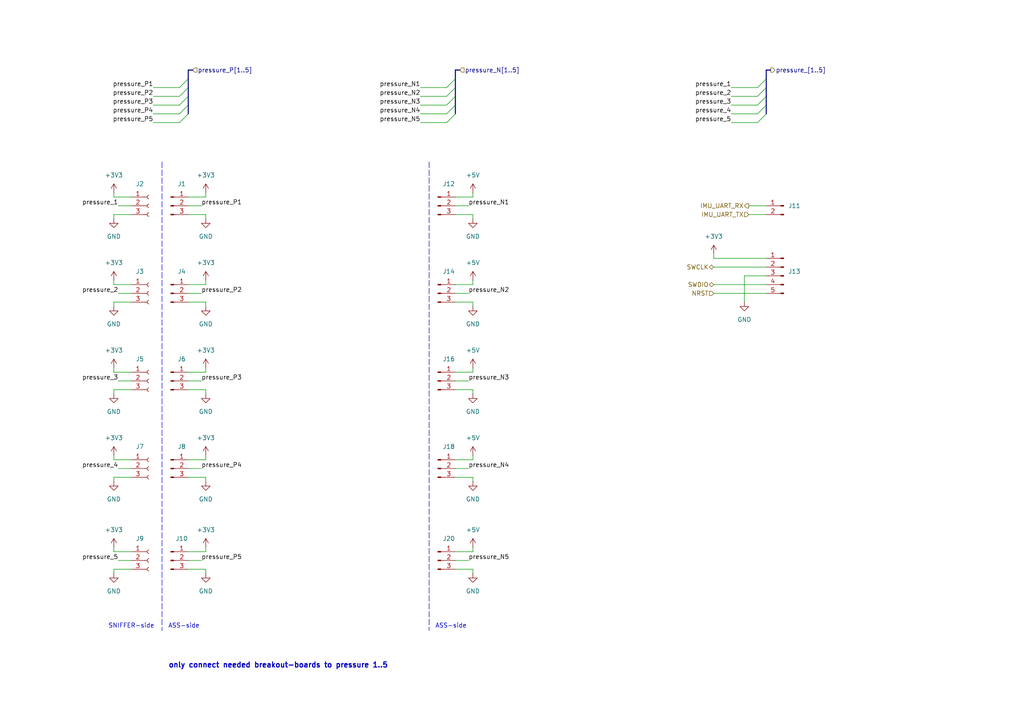
<source format=kicad_sch>
(kicad_sch (version 20231120) (generator "eeschema") (generator_version "8.0")
  (paper "A4")
  (lib_symbols
    (symbol "Connector:Conn_01x02_Pin" (pin_names (offset 1.016) hide)
      (property "Reference" "J" (at 0 2.54 0))
      (property "Value" "Conn_01x02_Pin" (at 0 -5.08 0))
      (symbol "Conn_01x02_Pin_1_1"
        (polyline (pts (xy 1.27 -2.54) (xy 0.8636 -2.54)) (stroke (width 0.1524)))
        (polyline (pts (xy 1.27 0) (xy 0.8636 0)) (stroke (width 0.1524)))
        (rectangle (start 0.8636 -2.413) (end 0 -2.667) (stroke (width 0.1524)) (fill (type outline)))
        (rectangle (start 0.8636 0.127) (end 0 -0.127) (stroke (width 0.1524)) (fill (type outline)))
        (pin passive line (at 5.08 0 180) (length 3.81) (name "Pin_1") (number "1"))
        (pin passive line (at 5.08 -2.54 180) (length 3.81) (name "Pin_2") (number "2"))
      )
    )
    (symbol "Connector:Conn_01x03_Pin" (pin_names (offset 1.016) hide)
      (property "Reference" "J" (at 0 5.08 0))
      (property "Value" "Conn_01x03_Pin" (at 0 -5.08 0))
      (symbol "Conn_01x03_Pin_1_1"
        (polyline (pts (xy 1.27 -2.54) (xy 0.8636 -2.54)) (stroke (width 0.1524)))
        (polyline (pts (xy 1.27 0) (xy 0.8636 0)) (stroke (width 0.1524)))
        (polyline (pts (xy 1.27 2.54) (xy 0.8636 2.54)) (stroke (width 0.1524)))
        (rectangle (start 0.8636 -2.413) (end 0 -2.667) (stroke (width 0.1524)) (fill (type outline)))
        (rectangle (start 0.8636 0.127) (end 0 -0.127) (stroke (width 0.1524)) (fill (type outline)))
        (rectangle (start 0.8636 2.667) (end 0 2.413) (stroke (width 0.1524)) (fill (type outline)))
        (pin passive line (at 5.08 2.54 180) (length 3.81) (name "Pin_1") (number "1"))
        (pin passive line (at 5.08 0 180) (length 3.81) (name "Pin_2") (number "2"))
        (pin passive line (at 5.08 -2.54 180) (length 3.81) (name "Pin_3") (number "3"))
      )
    )
    (symbol "Connector:Conn_01x03_Socket" (pin_names (offset 1.016) hide)
      (property "Reference" "J" (at 0 5.08 0))
      (property "Value" "Conn_01x03_Socket" (at 0 -5.08 0))
      (symbol "Conn_01x03_Socket_1_1"
        (arc (start 0 -2.032) (mid -0.5058 -2.54) (end 0 -3.048) (stroke (width 0.1524)))
        (polyline (pts (xy -1.27 -2.54) (xy -0.508 -2.54)) (stroke (width 0.1524)))
        (polyline (pts (xy -1.27 0) (xy -0.508 0)) (stroke (width 0.1524)))
        (polyline (pts (xy -1.27 2.54) (xy -0.508 2.54)) (stroke (width 0.1524)))
        (arc (start 0 0.508) (mid -0.5058 0) (end 0 -0.508) (stroke (width 0.1524)))
        (arc (start 0 3.048) (mid -0.5058 2.54) (end 0 2.032) (stroke (width 0.1524)))
        (pin passive line (at -5.08 2.54 0) (length 3.81) (name "Pin_1") (number "1"))
        (pin passive line (at -5.08 0 0) (length 3.81) (name "Pin_2") (number "2"))
        (pin passive line (at -5.08 -2.54 0) (length 3.81) (name "Pin_3") (number "3"))
      )
    )
    (symbol "Connector:Conn_01x05_Pin" (pin_names (offset 1.016) hide)
      (property "Reference" "J" (at 0 7.62 0))
      (property "Value" "Conn_01x05_Pin" (at 0 -7.62 0))
      (symbol "Conn_01x05_Pin_1_1"
        (polyline (pts (xy 1.27 -5.08) (xy 0.8636 -5.08)) (stroke (width 0.1524)))
        (polyline (pts (xy 1.27 -2.54) (xy 0.8636 -2.54)) (stroke (width 0.1524)))
        (polyline (pts (xy 1.27 0) (xy 0.8636 0)) (stroke (width 0.1524)))
        (polyline (pts (xy 1.27 2.54) (xy 0.8636 2.54)) (stroke (width 0.1524)))
        (polyline (pts (xy 1.27 5.08) (xy 0.8636 5.08)) (stroke (width 0.1524)))
        (rectangle (start 0.8636 -4.953) (end 0 -5.207) (stroke (width 0.1524)) (fill (type outline)))
        (rectangle (start 0.8636 -2.413) (end 0 -2.667) (stroke (width 0.1524)) (fill (type outline)))
        (rectangle (start 0.8636 0.127) (end 0 -0.127) (stroke (width 0.1524)) (fill (type outline)))
        (rectangle (start 0.8636 2.667) (end 0 2.413) (stroke (width 0.1524)) (fill (type outline)))
        (rectangle (start 0.8636 5.207) (end 0 4.953) (stroke (width 0.1524)) (fill (type outline)))
        (pin passive line (at 5.08 5.08 180) (length 3.81) (name "Pin_1") (number "1"))
        (pin passive line (at 5.08 2.54 180) (length 3.81) (name "Pin_2") (number "2"))
        (pin passive line (at 5.08 0 180) (length 3.81) (name "Pin_3") (number "3"))
        (pin passive line (at 5.08 -2.54 180) (length 3.81) (name "Pin_4") (number "4"))
        (pin passive line (at 5.08 -5.08 180) (length 3.81) (name "Pin_5") (number "5"))
      )
    )
    (symbol "power:+3V3" (power) (pin_numbers hide) (pin_names (offset 0) hide)
      (property "Value" "+3V3" (at 0 3.556 0))
      (symbol "+3V3_0_1"
        (polyline (pts (xy -0.762 1.27) (xy 0 2.54)))
        (polyline (pts (xy 0 0) (xy 0 2.54)))
        (polyline (pts (xy 0 2.54) (xy 0.762 1.27)))
      )
      (symbol "+3V3_1_1"
        (pin power_in line (at 0 0 90) (length 0) (name "~") (number "1"))
      )
    )
    (symbol "power:GND" (power) (pin_numbers hide) (pin_names (offset 0) hide)
      (property "Value" "GND" (at 0 -3.81 0))
      (symbol "GND_0_1"
        (polyline (pts (xy 0 0) (xy 0 -1.27) (xy 1.27 -1.27) (xy 0 -2.54) (xy -1.27 -1.27) (xy 0 -1.27)))
      )
      (symbol "GND_1_1"
        (pin power_in line (at 0 0 270) (length 0) (name "~") (number "1"))
      )
    )
  )
  (bus_entry (at 219.71 35.56) (size 2.54 -2.54))
  (bus_entry (at 219.71 33.02) (size 2.54 -2.54))
  (bus_entry (at 52.07 25.4) (size 2.54 -2.54))
  (bus_entry (at 219.71 25.4) (size 2.54 -2.54))
  (bus_entry (at 129.54 30.48) (size 2.54 -2.54))
  (bus_entry (at 129.54 33.02) (size 2.54 -2.54))
  (bus_entry (at 52.07 27.94) (size 2.54 -2.54))
  (bus_entry (at 129.54 27.94) (size 2.54 -2.54))
  (bus_entry (at 219.71 30.48) (size 2.54 -2.54))
  (bus_entry (at 219.71 27.94) (size 2.54 -2.54))
  (bus_entry (at 52.07 35.56) (size 2.54 -2.54))
  (bus_entry (at 52.07 33.02) (size 2.54 -2.54))
  (bus_entry (at 52.07 30.48) (size 2.54 -2.54))
  (bus_entry (at 129.54 25.4) (size 2.54 -2.54))
  (bus_entry (at 129.54 35.56) (size 2.54 -2.54))
  (wire (pts (xy 33.02 133.35) (xy 38.1 133.35)))
  (bus (pts (xy 223.52 20.32) (xy 222.25 20.32)))
  (wire (pts (xy 207.01 74.93) (xy 207.01 73.66)))
  (wire (pts (xy 59.69 158.75) (xy 59.69 160.02)))
  (polyline (pts (xy 124.46 46.99) (xy 124.46 182.88)) (stroke (width 0) (type dash)))
  (wire (pts (xy 207.01 74.93) (xy 222.25 74.93)))
  (wire (pts (xy 121.92 33.02) (xy 129.54 33.02)))
  (wire (pts (xy 59.69 132.08) (xy 59.69 133.35)))
  (wire (pts (xy 137.16 107.95) (xy 132.08 107.95)))
  (wire (pts (xy 59.69 63.5) (xy 59.69 62.23)))
  (wire (pts (xy 44.45 27.94) (xy 52.07 27.94)))
  (polyline (pts (xy 46.99 46.99) (xy 46.99 182.88)) (stroke (width 0) (type dash)))
  (wire (pts (xy 137.16 82.55) (xy 132.08 82.55)))
  (wire (pts (xy 212.09 33.02) (xy 219.71 33.02)))
  (wire (pts (xy 137.16 113.03) (xy 132.08 113.03)))
  (wire (pts (xy 137.16 55.88) (xy 137.16 57.15)))
  (wire (pts (xy 33.02 81.28) (xy 33.02 82.55)))
  (wire (pts (xy 33.02 57.15) (xy 38.1 57.15)))
  (wire (pts (xy 59.69 106.68) (xy 59.69 107.95)))
  (wire (pts (xy 33.02 106.68) (xy 33.02 107.95)))
  (bus (pts (xy 222.25 27.94) (xy 222.25 30.48)))
  (bus (pts (xy 55.88 20.32) (xy 54.61 20.32)))
  (bus (pts (xy 132.08 22.86) (xy 132.08 25.4)))
  (wire (pts (xy 207.01 85.09) (xy 222.25 85.09)))
  (bus (pts (xy 132.08 20.32) (xy 132.08 22.86)))
  (wire (pts (xy 217.17 59.69) (xy 222.25 59.69)))
  (wire (pts (xy 38.1 162.56) (xy 34.29 162.56)))
  (bus (pts (xy 54.61 25.4) (xy 54.61 27.94)))
  (wire (pts (xy 33.02 132.08) (xy 33.02 133.35)))
  (wire (pts (xy 132.08 110.49) (xy 135.89 110.49)))
  (wire (pts (xy 44.45 25.4) (xy 52.07 25.4)))
  (wire (pts (xy 38.1 135.89) (xy 34.29 135.89)))
  (wire (pts (xy 137.16 166.37) (xy 137.16 165.1)))
  (wire (pts (xy 59.69 82.55) (xy 54.61 82.55)))
  (wire (pts (xy 33.02 138.43) (xy 38.1 138.43)))
  (wire (pts (xy 217.17 62.23) (xy 222.25 62.23)))
  (wire (pts (xy 54.61 110.49) (xy 58.42 110.49)))
  (wire (pts (xy 59.69 88.9) (xy 59.69 87.63)))
  (wire (pts (xy 212.09 35.56) (xy 219.71 35.56)))
  (wire (pts (xy 121.92 35.56) (xy 129.54 35.56)))
  (wire (pts (xy 132.08 162.56) (xy 135.89 162.56)))
  (wire (pts (xy 33.02 158.75) (xy 33.02 160.02)))
  (wire (pts (xy 33.02 88.9) (xy 33.02 87.63)))
  (wire (pts (xy 137.16 57.15) (xy 132.08 57.15)))
  (wire (pts (xy 137.16 132.08) (xy 137.16 133.35)))
  (bus (pts (xy 132.08 25.4) (xy 132.08 27.94)))
  (wire (pts (xy 132.08 85.09) (xy 135.89 85.09)))
  (wire (pts (xy 59.69 114.3) (xy 59.69 113.03)))
  (wire (pts (xy 137.16 114.3) (xy 137.16 113.03)))
  (wire (pts (xy 54.61 135.89) (xy 58.42 135.89)))
  (wire (pts (xy 33.02 113.03) (xy 38.1 113.03)))
  (bus (pts (xy 132.08 27.94) (xy 132.08 30.48)))
  (wire (pts (xy 137.16 106.68) (xy 137.16 107.95)))
  (wire (pts (xy 137.16 138.43) (xy 132.08 138.43)))
  (wire (pts (xy 59.69 107.95) (xy 54.61 107.95)))
  (wire (pts (xy 215.9 80.01) (xy 215.9 87.63)))
  (wire (pts (xy 33.02 55.88) (xy 33.02 57.15)))
  (wire (pts (xy 59.69 57.15) (xy 54.61 57.15)))
  (wire (pts (xy 54.61 162.56) (xy 58.42 162.56)))
  (wire (pts (xy 59.69 133.35) (xy 54.61 133.35)))
  (wire (pts (xy 132.08 135.89) (xy 135.89 135.89)))
  (wire (pts (xy 137.16 133.35) (xy 132.08 133.35)))
  (bus (pts (xy 54.61 20.32) (xy 54.61 22.86)))
  (wire (pts (xy 33.02 63.5) (xy 33.02 62.23)))
  (wire (pts (xy 54.61 85.09) (xy 58.42 85.09)))
  (wire (pts (xy 132.08 59.69) (xy 135.89 59.69)))
  (wire (pts (xy 44.45 33.02) (xy 52.07 33.02)))
  (wire (pts (xy 137.16 165.1) (xy 132.08 165.1)))
  (bus (pts (xy 54.61 22.86) (xy 54.61 25.4)))
  (wire (pts (xy 137.16 81.28) (xy 137.16 82.55)))
  (wire (pts (xy 59.69 62.23) (xy 54.61 62.23)))
  (wire (pts (xy 212.09 27.94) (xy 219.71 27.94)))
  (wire (pts (xy 121.92 27.94) (xy 129.54 27.94)))
  (wire (pts (xy 121.92 25.4) (xy 129.54 25.4)))
  (wire (pts (xy 212.09 30.48) (xy 219.71 30.48)))
  (wire (pts (xy 59.69 55.88) (xy 59.69 57.15)))
  (bus (pts (xy 222.25 20.32) (xy 222.25 22.86)))
  (bus (pts (xy 54.61 30.48) (xy 54.61 33.02)))
  (wire (pts (xy 44.45 35.56) (xy 52.07 35.56)))
  (wire (pts (xy 59.69 166.37) (xy 59.69 165.1)))
  (wire (pts (xy 212.09 25.4) (xy 219.71 25.4)))
  (wire (pts (xy 59.69 113.03) (xy 54.61 113.03)))
  (wire (pts (xy 59.69 165.1) (xy 54.61 165.1)))
  (bus (pts (xy 54.61 27.94) (xy 54.61 30.48)))
  (wire (pts (xy 33.02 62.23) (xy 38.1 62.23)))
  (wire (pts (xy 33.02 139.7) (xy 33.02 138.43)))
  (wire (pts (xy 33.02 166.37) (xy 33.02 165.1)))
  (bus (pts (xy 222.25 25.4) (xy 222.25 27.94)))
  (wire (pts (xy 38.1 59.69) (xy 34.29 59.69)))
  (wire (pts (xy 59.69 81.28) (xy 59.69 82.55)))
  (wire (pts (xy 121.92 30.48) (xy 129.54 30.48)))
  (bus (pts (xy 132.08 30.48) (xy 132.08 33.02)))
  (wire (pts (xy 59.69 138.43) (xy 54.61 138.43)))
  (wire (pts (xy 59.69 160.02) (xy 54.61 160.02)))
  (bus (pts (xy 222.25 30.48) (xy 222.25 33.02)))
  (wire (pts (xy 33.02 87.63) (xy 38.1 87.63)))
  (bus (pts (xy 133.35 20.32) (xy 132.08 20.32)))
  (wire (pts (xy 137.16 87.63) (xy 132.08 87.63)))
  (wire (pts (xy 38.1 85.09) (xy 34.29 85.09)))
  (wire (pts (xy 222.25 80.01) (xy 215.9 80.01)))
  (wire (pts (xy 54.61 59.69) (xy 58.42 59.69)))
  (wire (pts (xy 38.1 110.49) (xy 34.29 110.49)))
  (wire (pts (xy 33.02 82.55) (xy 38.1 82.55)))
  (wire (pts (xy 137.16 139.7) (xy 137.16 138.43)))
  (wire (pts (xy 33.02 107.95) (xy 38.1 107.95)))
  (wire (pts (xy 207.01 82.55) (xy 222.25 82.55)))
  (wire (pts (xy 59.69 87.63) (xy 54.61 87.63)))
  (wire (pts (xy 33.02 114.3) (xy 33.02 113.03)))
  (bus (pts (xy 222.25 22.86) (xy 222.25 25.4)))
  (wire (pts (xy 137.16 62.23) (xy 132.08 62.23)))
  (wire (pts (xy 137.16 63.5) (xy 137.16 62.23)))
  (wire (pts (xy 137.16 158.75) (xy 137.16 160.02)))
  (wire (pts (xy 59.69 139.7) (xy 59.69 138.43)))
  (wire (pts (xy 44.45 30.48) (xy 52.07 30.48)))
  (wire (pts (xy 137.16 160.02) (xy 132.08 160.02)))
  (wire (pts (xy 33.02 160.02) (xy 38.1 160.02)))
  (wire (pts (xy 137.16 88.9) (xy 137.16 87.63)))
  (wire (pts (xy 33.02 165.1) (xy 38.1 165.1)))
  (wire (pts (xy 207.01 77.47) (xy 222.25 77.47)))
  (text "ASS-side" (at 130.81 181.61 0) (effects (font (size 1.27 1.27))))
  (text "SNIFFER-side" (at 38.1 181.61 0) (effects (font (size 1.27 1.27))))
  (text "ASS-side" (at 53.34 181.61 0) (effects (font (size 1.27 1.27))))
  (text "only connect needed breakout-boards to pressure 1..5 " (at 81.28 193.04 0) (effects (font (size 1.5 1.5) (thickness 0.3) (bold yes))))
  (label "pressure_1" (at 34.29 59.69 180))
  (label "pressure_1" (at 212.09 25.4 180))
  (label "pressure_N4" (at 135.89 135.89 0))
  (label "pressure_P5" (at 58.42 162.56 0))
  (label "pressure_P4" (at 44.45 33.02 180))
  (label "pressure_P4" (at 58.42 135.89 0))
  (label "pressure_3" (at 34.29 110.49 180))
  (label "pressure_P2" (at 58.42 85.09 0))
  (label "pressure_3" (at 212.09 30.48 180))
  (label "pressure_5" (at 34.29 162.56 180))
  (label "pressure_5" (at 212.09 35.56 180))
  (label "pressure_N2" (at 135.89 85.09 0))
  (label "pressure_P3" (at 58.42 110.49 0))
  (label "pressure_N2" (at 121.92 27.94 180))
  (label "pressure_N3" (at 135.89 110.49 0))
  (label "pressure_2" (at 34.29 85.09 180))
  (label "pressure_N4" (at 121.92 33.02 180))
  (label "pressure_N1" (at 135.89 59.69 0))
  (label "pressure_N5" (at 121.92 35.56 180))
  (label "pressure_P1" (at 58.42 59.69 0))
  (label "pressure_4" (at 212.09 33.02 180))
  (label "pressure_P2" (at 44.45 27.94 180))
  (label "pressure_4" (at 34.29 135.89 180))
  (label "pressure_N1" (at 121.92 25.4 180))
  (label "pressure_P3" (at 44.45 30.48 180))
  (label "pressure_P5" (at 44.45 35.56 180))
  (label "pressure_N5" (at 135.89 162.56 0))
  (label "pressure_P1" (at 44.45 25.4 180))
  (label "pressure_2" (at 212.09 27.94 180))
  (label "pressure_N3" (at 121.92 30.48 180))
  (hierarchical_label "IMU_UART_TX" (shape input) (at 217.17 62.23 180))
  (hierarchical_label "SWCLK" (shape bidirectional) (at 207.01 77.47 180))
  (hierarchical_label "pressure_P[1..5]" (shape input) (at 55.88 20.32 0))
  (hierarchical_label "pressure_N[1..5]" (shape input) (at 133.35 20.32 0))
  (hierarchical_label "SWDIO" (shape bidirectional) (at 207.01 82.55 180))
  (hierarchical_label "pressure_[1..5]" (shape output) (at 223.52 20.32 0))
  (hierarchical_label "NRST" (shape input) (at 207.01 85.09 180))
  (hierarchical_label "IMU_UART_RX" (shape output) (at 217.17 59.69 180))
  (symbol (lib_id "power:GND") (at 137.16 63.5 0) (unit 1)
    (property "Reference" "#PWR0172" (effects (hide yes)))
    (property "Value" "GND" (at 137.16 68.58 0))
    (property "Description" "Power symbol creates a global label with name \"GND\" , ground" (effects (hide yes)))
  )
  (symbol (lib_id "power:+3V3") (at 59.69 158.75 0) (unit 1)
    (property "Reference" "#PWR0166" (effects (hide yes)))
    (property "Value" "+3V3" (at 59.69 153.67 0))
    (property "Description" "Power symbol creates a global label with name \"+3V3\"" (effects (hide yes)))
  )
  (symbol (lib_id "power:+3V3") (at 59.69 132.08 0) (unit 1)
    (property "Reference" "#PWR0162" (effects (hide yes)))
    (property "Value" "+3V3" (at 59.69 127 0))
    (property "Description" "Power symbol creates a global label with name \"+3V3\"" (effects (hide yes)))
  )
  (symbol (lib_id "power:GND") (at 33.02 114.3 0) (mirror y) (unit 1)
    (property "Reference" "#PWR0159" (effects (hide yes)))
    (property "Value" "GND" (at 33.02 119.38 0))
    (property "Description" "Power symbol creates a global label with name \"GND\" , ground" (effects (hide yes)))
  )
  (symbol (lib_id "power:+3V3") (at 59.69 106.68 0) (unit 1)
    (property "Reference" "#PWR0158" (effects (hide yes)))
    (property "Value" "+3V3" (at 59.69 101.6 0))
    (property "Description" "Power symbol creates a global label with name \"+3V3\"" (effects (hide yes)))
  )
  (symbol (lib_id "power:GND") (at 59.69 114.3 0) (unit 1)
    (property "Reference" "#PWR0160" (effects (hide yes)))
    (property "Value" "GND" (at 59.69 119.38 0))
    (property "Description" "Power symbol creates a global label with name \"GND\" , ground" (effects (hide yes)))
  )
  (symbol (lib_id "Connector:Conn_01x03_Pin") (at 127 162.56 0) (unit 1)
    (property "Reference" "J20" (at 130.175 156.21 0))
    (property "Value" "Conn_01x03_Pin" (effects (hide yes)))
    (property "Description" "Generic connector, single row, 01x03, script generated" (effects (hide yes)))
  )
  (symbol (lib_id "power:GND") (at 59.69 63.5 0) (unit 1)
    (property "Reference" "#PWR0151" (effects (hide yes)))
    (property "Value" "GND" (at 59.69 68.58 0))
    (property "Description" "Power symbol creates a global label with name \"GND\" , ground" (effects (hide yes)))
  )
  (symbol (lib_id "power:GND") (at 59.69 139.7 0) (unit 1)
    (property "Reference" "#PWR0164" (effects (hide yes)))
    (property "Value" "GND" (at 59.69 144.78 0))
    (property "Description" "Power symbol creates a global label with name \"GND\" , ground" (effects (hide yes)))
  )
  (symbol (lib_id "Connector:Conn_01x03_Pin") (at 127 110.49 0) (unit 1)
    (property "Reference" "J16" (at 130.175 104.14 0))
    (property "Value" "Conn_01x03_Pin" (effects (hide yes)))
    (property "Description" "Generic connector, single row, 01x03, script generated" (effects (hide yes)))
  )
  (symbol (lib_id "power:+3V3") (at 207.01 73.66 0) (unit 1)
    (property "Reference" "#PWR0169" (effects (hide yes)))
    (property "Value" "+3V3" (at 207.01 68.58 0))
    (property "Description" "Power symbol creates a global label with name \"+3V3\"" (effects (hide yes)))
  )
  (symbol (lib_id "power:+3V3") (at 33.02 158.75 0) (mirror y) (unit 1)
    (property "Reference" "#PWR0165" (effects (hide yes)))
    (property "Value" "+3V3" (at 33.02 153.67 0))
    (property "Description" "Power symbol creates a global label with name \"+3V3\"" (effects (hide yes)))
  )
  (symbol (lib_id "Connector:Conn_01x03_Pin") (at 127 59.69 0) (unit 1)
    (property "Reference" "J12" (at 130.175 53.34 0))
    (property "Value" "Conn_01x03_Pin" (effects (hide yes)))
    (property "Description" "Generic connector, single row, 01x03, script generated" (effects (hide yes)))
  )
  (symbol (lib_id "power:GND") (at 215.9 87.63 0) (unit 1)
    (property "Reference" "#PWR0171" (effects (hide yes)))
    (property "Value" "GND" (at 215.9 92.71 0))
    (property "Description" "Power symbol creates a global label with name \"GND\" , ground" (effects (hide yes)))
  )
  (symbol (lib_id "Connector:Conn_01x02_Pin") (at 227.33 59.69 0) (mirror y) (unit 1)
    (property "Reference" "J11" (at 228.6 59.6899 0) (effects (justify right)))
    (property "Value" "Conn_01x02_Pin" (effects (hide yes)))
    (property "Description" "Generic connector, single row, 01x02, script generated" (effects (hide yes)))
  )
  (symbol (lib_id "power:+3V3") (at 137.16 158.75 0) (unit 1)
    (property "Reference" "#PWR0186" (effects (hide yes)))
    (property "Value" "+5V" (at 137.16 153.67 0))
    (property "Description" "Power symbol creates a global label with name \"+3V3\"" (effects (hide yes)))
  )
  (symbol (lib_id "power:GND") (at 137.16 166.37 0) (unit 1)
    (property "Reference" "#PWR0188" (effects (hide yes)))
    (property "Value" "GND" (at 137.16 171.45 0))
    (property "Description" "Power symbol creates a global label with name \"GND\" , ground" (effects (hide yes)))
  )
  (symbol (lib_id "Connector:Conn_01x03_Pin") (at 49.53 162.56 0) (unit 1)
    (property "Reference" "J10" (at 52.705 156.21 0))
    (property "Value" "Conn_01x03_Pin" (effects (hide yes)))
    (property "Description" "Generic connector, single row, 01x03, script generated" (effects (hide yes)))
  )
  (symbol (lib_id "Connector:Conn_01x03_Pin") (at 49.53 135.89 0) (unit 1)
    (property "Reference" "J8" (at 52.705 129.54 0))
    (property "Value" "Conn_01x03_Pin" (effects (hide yes)))
    (property "Description" "Generic connector, single row, 01x03, script generated" (effects (hide yes)))
  )
  (symbol (lib_id "power:+3V3") (at 33.02 81.28 0) (mirror y) (unit 1)
    (property "Reference" "#PWR0153" (effects (hide yes)))
    (property "Value" "+3V3" (at 33.02 76.2 0))
    (property "Description" "Power symbol creates a global label with name \"+3V3\"" (effects (hide yes)))
  )
  (symbol (lib_id "Connector:Conn_01x05_Pin") (at 227.33 80.01 0) (mirror y) (unit 1)
    (property "Reference" "J13" (at 228.6 78.7399 0) (effects (justify right)))
    (property "Value" "Conn_01x05_Pin" (effects (hide yes)))
    (property "Description" "Generic connector, single row, 01x05, script generated" (effects (hide yes)))
  )
  (symbol (lib_id "power:GND") (at 33.02 63.5 0) (mirror y) (unit 1)
    (property "Reference" "#PWR0152" (effects (hide yes)))
    (property "Value" "GND" (at 33.02 68.58 0))
    (property "Description" "Power symbol creates a global label with name \"GND\" , ground" (effects (hide yes)))
  )
  (symbol (lib_id "Connector:Conn_01x03_Pin") (at 127 135.89 0) (unit 1)
    (property "Reference" "J18" (at 130.175 129.54 0))
    (property "Value" "Conn_01x03_Pin" (effects (hide yes)))
    (property "Description" "Generic connector, single row, 01x03, script generated" (effects (hide yes)))
  )
  (symbol (lib_id "power:GND") (at 137.16 114.3 0) (unit 1)
    (property "Reference" "#PWR0180" (effects (hide yes)))
    (property "Value" "GND" (at 137.16 119.38 0))
    (property "Description" "Power symbol creates a global label with name \"GND\" , ground" (effects (hide yes)))
  )
  (symbol (lib_id "power:GND") (at 33.02 166.37 0) (mirror y) (unit 1)
    (property "Reference" "#PWR0167" (effects (hide yes)))
    (property "Value" "GND" (at 33.02 171.45 0))
    (property "Description" "Power symbol creates a global label with name \"GND\" , ground" (effects (hide yes)))
  )
  (symbol (lib_id "Connector:Conn_01x03_Socket") (at 43.18 110.49 0) (unit 1)
    (property "Reference" "J5" (at 39.37 104.1399 0) (effects (justify left)))
    (property "Value" "Conn_01x03_Socket" (effects (hide yes)))
    (property "Description" "Generic connector, single row, 01x03, script generated" (effects (hide yes)))
  )
  (symbol (lib_id "power:GND") (at 33.02 88.9 0) (mirror y) (unit 1)
    (property "Reference" "#PWR0155" (effects (hide yes)))
    (property "Value" "GND" (at 33.02 93.98 0))
    (property "Description" "Power symbol creates a global label with name \"GND\" , ground" (effects (hide yes)))
  )
  (symbol (lib_id "Connector:Conn_01x03_Pin") (at 49.53 110.49 0) (unit 1)
    (property "Reference" "J6" (at 52.705 104.14 0))
    (property "Value" "Conn_01x03_Pin" (effects (hide yes)))
    (property "Description" "Generic connector, single row, 01x03, script generated" (effects (hide yes)))
  )
  (symbol (lib_id "Connector:Conn_01x03_Socket") (at 43.18 85.09 0) (unit 1)
    (property "Reference" "J3" (at 39.37 78.7399 0) (effects (justify left)))
    (property "Value" "Conn_01x03_Socket" (effects (hide yes)))
    (property "Description" "Generic connector, single row, 01x03, script generated" (effects (hide yes)))
  )
  (symbol (lib_id "power:GND") (at 33.02 139.7 0) (mirror y) (unit 1)
    (property "Reference" "#PWR0163" (effects (hide yes)))
    (property "Value" "GND" (at 33.02 144.78 0))
    (property "Description" "Power symbol creates a global label with name \"GND\" , ground" (effects (hide yes)))
  )
  (symbol (lib_id "power:GND") (at 59.69 88.9 0) (unit 1)
    (property "Reference" "#PWR0156" (effects (hide yes)))
    (property "Value" "GND" (at 59.69 93.98 0))
    (property "Description" "Power symbol creates a global label with name \"GND\" , ground" (effects (hide yes)))
  )
  (symbol (lib_id "Connector:Conn_01x03_Socket") (at 43.18 59.69 0) (unit 1)
    (property "Reference" "J2" (at 39.37 53.3399 0) (effects (justify left)))
    (property "Value" "Conn_01x03_Socket" (effects (hide yes)))
    (property "Description" "Generic connector, single row, 01x03, script generated" (effects (hide yes)))
  )
  (symbol (lib_id "Connector:Conn_01x03_Pin") (at 49.53 85.09 0) (unit 1)
    (property "Reference" "J4" (at 52.705 78.74 0))
    (property "Value" "Conn_01x03_Pin" (effects (hide yes)))
    (property "Description" "Generic connector, single row, 01x03, script generated" (effects (hide yes)))
  )
  (symbol (lib_id "power:+3V3") (at 137.16 132.08 0) (unit 1)
    (property "Reference" "#PWR0182" (effects (hide yes)))
    (property "Value" "+5V" (at 137.16 127 0))
    (property "Description" "Power symbol creates a global label with name \"+3V3\"" (effects (hide yes)))
  )
  (symbol (lib_id "power:+3V3") (at 59.69 55.88 0) (unit 1)
    (property "Reference" "#PWR075" (effects (hide yes)))
    (property "Value" "+3V3" (at 59.69 50.8 0))
    (property "Description" "Power symbol creates a global label with name \"+3V3\"" (effects (hide yes)))
  )
  (symbol (lib_id "power:+3V3") (at 137.16 55.88 0) (unit 1)
    (property "Reference" "#PWR0170" (effects (hide yes)))
    (property "Value" "+5V" (at 137.16 50.8 0))
    (property "Description" "Power symbol creates a global label with name \"+3V3\"" (effects (hide yes)))
  )
  (symbol (lib_id "power:GND") (at 59.69 166.37 0) (unit 1)
    (property "Reference" "#PWR0168" (effects (hide yes)))
    (property "Value" "GND" (at 59.69 171.45 0))
    (property "Description" "Power symbol creates a global label with name \"GND\" , ground" (effects (hide yes)))
  )
  (symbol (lib_id "Connector:Conn_01x03_Socket") (at 43.18 135.89 0) (unit 1)
    (property "Reference" "J7" (at 39.37 129.5399 0) (effects (justify left)))
    (property "Value" "Conn_01x03_Socket" (effects (hide yes)))
    (property "Description" "Generic connector, single row, 01x03, script generated" (effects (hide yes)))
  )
  (symbol (lib_id "power:GND") (at 137.16 88.9 0) (unit 1)
    (property "Reference" "#PWR0176" (effects (hide yes)))
    (property "Value" "GND" (at 137.16 93.98 0))
    (property "Description" "Power symbol creates a global label with name \"GND\" , ground" (effects (hide yes)))
  )
  (symbol (lib_id "power:GND") (at 137.16 139.7 0) (unit 1)
    (property "Reference" "#PWR0184" (effects (hide yes)))
    (property "Value" "GND" (at 137.16 144.78 0))
    (property "Description" "Power symbol creates a global label with name \"GND\" , ground" (effects (hide yes)))
  )
  (symbol (lib_id "Connector:Conn_01x03_Pin") (at 127 85.09 0) (unit 1)
    (property "Reference" "J14" (at 130.175 78.74 0))
    (property "Value" "Conn_01x03_Pin" (effects (hide yes)))
    (property "Description" "Generic connector, single row, 01x03, script generated" (effects (hide yes)))
  )
  (symbol (lib_id "Connector:Conn_01x03_Socket") (at 43.18 162.56 0) (unit 1)
    (property "Reference" "J9" (at 39.37 156.2099 0) (effects (justify left)))
    (property "Value" "Conn_01x03_Socket" (effects (hide yes)))
    (property "Description" "Generic connector, single row, 01x03, script generated" (effects (hide yes)))
  )
  (symbol (lib_id "Connector:Conn_01x03_Pin") (at 49.53 59.69 0) (unit 1)
    (property "Reference" "J1" (at 52.705 53.34 0))
    (property "Value" "Conn_01x03_Pin" (effects (hide yes)))
    (property "Description" "Generic connector, single row, 01x03, script generated" (effects (hide yes)))
  )
  (symbol (lib_id "power:+3V3") (at 59.69 81.28 0) (unit 1)
    (property "Reference" "#PWR0154" (effects (hide yes)))
    (property "Value" "+3V3" (at 59.69 76.2 0))
    (property "Description" "Power symbol creates a global label with name \"+3V3\"" (effects (hide yes)))
  )
  (symbol (lib_id "power:+3V3") (at 137.16 81.28 0) (unit 1)
    (property "Reference" "#PWR0174" (effects (hide yes)))
    (property "Value" "+5V" (at 137.16 76.2 0))
    (property "Description" "Power symbol creates a global label with name \"+3V3\"" (effects (hide yes)))
  )
  (symbol (lib_id "power:+3V3") (at 33.02 132.08 0) (mirror y) (unit 1)
    (property "Reference" "#PWR0161" (effects (hide yes)))
    (property "Value" "+3V3" (at 33.02 127 0))
    (property "Description" "Power symbol creates a global label with name \"+3V3\"" (effects (hide yes)))
  )
  (symbol (lib_id "power:+3V3") (at 33.02 55.88 0) (mirror y) (unit 1)
    (property "Reference" "#PWR0150" (effects (hide yes)))
    (property "Value" "+3V3" (at 33.02 50.8 0))
    (property "Description" "Power symbol creates a global label with name \"+3V3\"" (effects (hide yes)))
  )
  (symbol (lib_id "power:+3V3") (at 137.16 106.68 0) (unit 1)
    (property "Reference" "#PWR0178" (effects (hide yes)))
    (property "Value" "+5V" (at 137.16 101.6 0))
    (property "Description" "Power symbol creates a global label with name \"+3V3\"" (effects (hide yes)))
  )
  (symbol (lib_id "power:+3V3") (at 33.02 106.68 0) (mirror y) (unit 1)
    (property "Reference" "#PWR0157" (effects (hide yes)))
    (property "Value" "+3V3" (at 33.02 101.6 0))
    (property "Description" "Power symbol creates a global label with name \"+3V3\"" (effects (hide yes)))
  )
)
</source>
